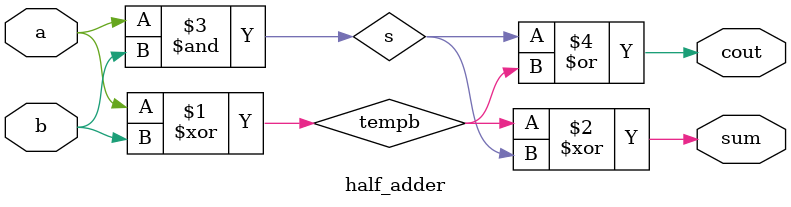
<source format=v>
module half_adder( 
input a, b,
output cout, sum ); 

wire s;

	xor(tempb, a, b);
	xor( sum, tempb, s); 
	and(s, a, b);
	or(cout, s, tempb);

endmodule

</source>
